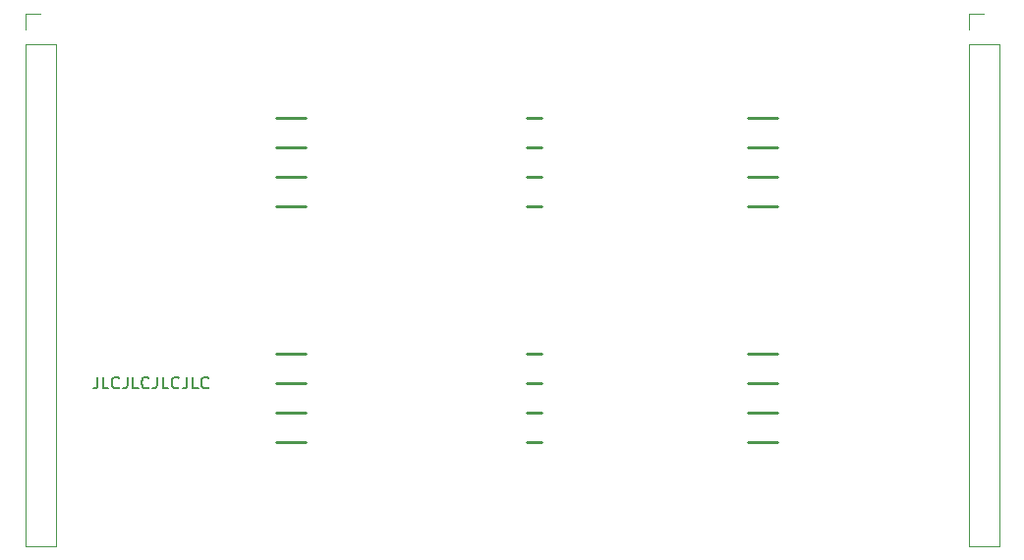
<source format=gbr>
%TF.GenerationSoftware,KiCad,Pcbnew,(5.1.9-0-10_14)*%
%TF.CreationDate,2021-04-15T22:22:18+08:00*%
%TF.ProjectId,MTMatrixRoundedAgain,4d544d61-7472-4697-9852-6f756e646564,rev?*%
%TF.SameCoordinates,Original*%
%TF.FileFunction,Legend,Top*%
%TF.FilePolarity,Positive*%
%FSLAX46Y46*%
G04 Gerber Fmt 4.6, Leading zero omitted, Abs format (unit mm)*
G04 Created by KiCad (PCBNEW (5.1.9-0-10_14)) date 2021-04-15 22:22:18*
%MOMM*%
%LPD*%
G01*
G04 APERTURE LIST*
%ADD10C,0.150000*%
%ADD11C,0.120000*%
%ADD12C,0.254000*%
G04 APERTURE END LIST*
D10*
X73404011Y-80266339D02*
X73404011Y-80980625D01*
X73356392Y-81123482D01*
X73261154Y-81218720D01*
X73118297Y-81266339D01*
X73023059Y-81266339D01*
X74356392Y-81266339D02*
X73880201Y-81266339D01*
X73880201Y-80266339D01*
X75261154Y-81171101D02*
X75213535Y-81218720D01*
X75070678Y-81266339D01*
X74975439Y-81266339D01*
X74832582Y-81218720D01*
X74737344Y-81123482D01*
X74689725Y-81028244D01*
X74642106Y-80837768D01*
X74642106Y-80694911D01*
X74689725Y-80504435D01*
X74737344Y-80409197D01*
X74832582Y-80313959D01*
X74975439Y-80266339D01*
X75070678Y-80266339D01*
X75213535Y-80313959D01*
X75261154Y-80361578D01*
X75975439Y-80266339D02*
X75975439Y-80980625D01*
X75927820Y-81123482D01*
X75832582Y-81218720D01*
X75689725Y-81266339D01*
X75594487Y-81266339D01*
X76927820Y-81266339D02*
X76451630Y-81266339D01*
X76451630Y-80266339D01*
X77832582Y-81171101D02*
X77784963Y-81218720D01*
X77642106Y-81266339D01*
X77546868Y-81266339D01*
X77404011Y-81218720D01*
X77308773Y-81123482D01*
X77261154Y-81028244D01*
X77213535Y-80837768D01*
X77213535Y-80694911D01*
X77261154Y-80504435D01*
X77308773Y-80409197D01*
X77404011Y-80313959D01*
X77546868Y-80266339D01*
X77642106Y-80266339D01*
X77784963Y-80313959D01*
X77832582Y-80361578D01*
X78546868Y-80266339D02*
X78546868Y-80980625D01*
X78499249Y-81123482D01*
X78404011Y-81218720D01*
X78261154Y-81266339D01*
X78165916Y-81266339D01*
X79499249Y-81266339D02*
X79023059Y-81266339D01*
X79023059Y-80266339D01*
X80404011Y-81171101D02*
X80356392Y-81218720D01*
X80213535Y-81266339D01*
X80118297Y-81266339D01*
X79975439Y-81218720D01*
X79880201Y-81123482D01*
X79832582Y-81028244D01*
X79784963Y-80837768D01*
X79784963Y-80694911D01*
X79832582Y-80504435D01*
X79880201Y-80409197D01*
X79975439Y-80313959D01*
X80118297Y-80266339D01*
X80213535Y-80266339D01*
X80356392Y-80313959D01*
X80404011Y-80361578D01*
X81118297Y-80266339D02*
X81118297Y-80980625D01*
X81070678Y-81123482D01*
X80975439Y-81218720D01*
X80832582Y-81266339D01*
X80737344Y-81266339D01*
X82070678Y-81266339D02*
X81594487Y-81266339D01*
X81594487Y-80266339D01*
X82975439Y-81171101D02*
X82927820Y-81218720D01*
X82784963Y-81266339D01*
X82689725Y-81266339D01*
X82546868Y-81218720D01*
X82451630Y-81123482D01*
X82404011Y-81028244D01*
X82356392Y-80837768D01*
X82356392Y-80694911D01*
X82404011Y-80504435D01*
X82451630Y-80409197D01*
X82546868Y-80313959D01*
X82689725Y-80266339D01*
X82784963Y-80266339D01*
X82927820Y-80313959D01*
X82975439Y-80361578D01*
D11*
%TO.C,J2*%
X148448059Y-49003959D02*
X149778059Y-49003959D01*
X148448059Y-50333959D02*
X148448059Y-49003959D01*
X148448059Y-51603959D02*
X151108059Y-51603959D01*
X151108059Y-51603959D02*
X151108059Y-94843959D01*
X148448059Y-51603959D02*
X148448059Y-94843959D01*
X148448059Y-94843959D02*
X151108059Y-94843959D01*
%TO.C,J1*%
X67168059Y-94843959D02*
X69828059Y-94843959D01*
X67168059Y-51603959D02*
X67168059Y-94843959D01*
X69828059Y-51603959D02*
X69828059Y-94843959D01*
X67168059Y-51603959D02*
X69828059Y-51603959D01*
X67168059Y-50333959D02*
X67168059Y-49003959D01*
X67168059Y-49003959D02*
X68498059Y-49003959D01*
D12*
%TO.C,J3*%
X129458059Y-80813959D02*
X131998059Y-80813959D01*
X129458059Y-63033959D02*
X131998059Y-63033959D01*
X129458059Y-78273959D02*
X131998059Y-78273959D01*
X129458059Y-83353959D02*
X131998059Y-83353959D01*
X129458059Y-85893959D02*
X131998059Y-85893959D01*
X129458059Y-65573959D02*
X131998059Y-65573959D01*
X129458059Y-60493959D02*
X131998059Y-60493959D01*
X129458059Y-57953959D02*
X131998059Y-57953959D01*
X88818059Y-80813959D02*
X91358059Y-80813959D01*
X88818059Y-63033959D02*
X91358059Y-63033959D01*
X88818059Y-78273959D02*
X91358059Y-78273959D01*
X88818059Y-83353959D02*
X91358059Y-83353959D01*
X88818059Y-85893959D02*
X91358059Y-85893959D01*
X88818059Y-65573959D02*
X91358059Y-65573959D01*
X88818059Y-60493959D02*
X91358059Y-60493959D01*
X88818059Y-57953959D02*
X91358059Y-57953959D01*
X110408059Y-80813959D02*
X111678059Y-80813959D01*
X110408059Y-63033959D02*
X111678059Y-63033959D01*
X110408059Y-78273959D02*
X111678059Y-78273959D01*
X110408059Y-83353959D02*
X111678059Y-83353959D01*
X110408059Y-85893959D02*
X111678059Y-85893959D01*
X110408059Y-65573959D02*
X111678059Y-65573959D01*
X110408059Y-60493959D02*
X111678059Y-60493959D01*
X110408059Y-57953959D02*
X111678059Y-57953959D01*
%TD*%
M02*

</source>
